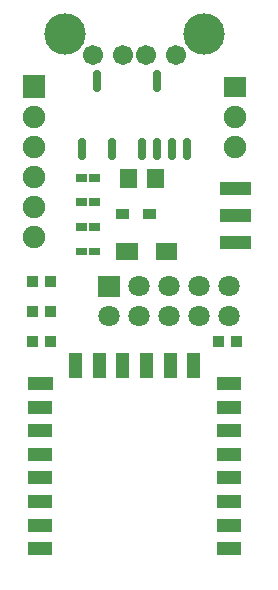
<source format=gts>
G04 Layer: TopSolderMaskLayer*
G04 EasyEDA v6.4.25, 2021-09-19T13:56:21+08:00*
G04 cf7ef8cfdd7b4478b9a214f7d578d54c,d03eed67808b488db07f83a96349b93e,10*
G04 Gerber Generator version 0.2*
G04 Scale: 100 percent, Rotated: No, Reflected: No *
G04 Dimensions in inches *
G04 leading zeros omitted , absolute positions ,3 integer and 6 decimal *
%FSLAX36Y36*%
%MOIN*%

%ADD35C,0.0260*%
%ADD36C,0.0749*%
%ADD40C,0.0709*%
%ADD41C,0.0670*%
%ADD42C,0.1379*%

%LPD*%
D35*
X225000Y-484762D02*
G01*
X225000Y-531417D01*
X325000Y-484762D02*
G01*
X325000Y-531417D01*
X425000Y-484762D02*
G01*
X425000Y-531417D01*
X475000Y-484762D02*
G01*
X475000Y-531417D01*
X525000Y-484762D02*
G01*
X525000Y-531417D01*
X575000Y-484762D02*
G01*
X575000Y-531417D01*
X275000Y-258582D02*
G01*
X275000Y-305237D01*
X475000Y-258582D02*
G01*
X475000Y-305237D01*
D36*
G01*
X65000Y-800000D03*
G01*
X65000Y-700000D03*
G01*
X65000Y-600000D03*
G01*
X65000Y-500000D03*
G01*
X65000Y-400000D03*
G36*
X27600Y-337399D02*
G01*
X27600Y-262600D01*
X102399Y-262600D01*
X102399Y-337399D01*
G37*
G01*
X735000Y-500000D03*
G01*
X735000Y-400000D03*
G36*
X697600Y-333000D02*
G01*
X697600Y-266999D01*
X772399Y-266999D01*
X772399Y-333000D01*
G37*
G36*
X279499Y-1000500D02*
G01*
X279499Y-929499D01*
X350500Y-929499D01*
X350500Y-1000500D01*
G37*
D40*
G01*
X315000Y-1065000D03*
G01*
X415000Y-965000D03*
G01*
X415000Y-1065000D03*
G01*
X515000Y-965000D03*
G01*
X515000Y-1065000D03*
G01*
X615000Y-965000D03*
G01*
X615000Y-1065000D03*
G01*
X715000Y-965000D03*
G01*
X715000Y-1065000D03*
D41*
G01*
X537800Y-195439D03*
G01*
X439380Y-195430D03*
G01*
X360639Y-195430D03*
G01*
X262210Y-194529D03*
D42*
G01*
X630320Y-124560D03*
G01*
X169690Y-124560D03*
G36*
X205999Y-697600D02*
G01*
X205999Y-672399D01*
X241100Y-672399D01*
X241100Y-697600D01*
G37*
G36*
X248899Y-697600D02*
G01*
X248899Y-672399D01*
X284000Y-672399D01*
X284000Y-697600D01*
G37*
G36*
X205999Y-780900D02*
G01*
X205999Y-755700D01*
X241100Y-755700D01*
X241100Y-780900D01*
G37*
G36*
X248899Y-780900D02*
G01*
X248899Y-755700D01*
X284099Y-755700D01*
X284099Y-780900D01*
G37*
G36*
X248899Y-617600D02*
G01*
X248899Y-592399D01*
X284000Y-592399D01*
X284000Y-617600D01*
G37*
G36*
X205999Y-617600D02*
G01*
X205999Y-592399D01*
X241100Y-592399D01*
X241100Y-617600D01*
G37*
G36*
X248899Y-862600D02*
G01*
X248899Y-837399D01*
X284000Y-837399D01*
X284000Y-862600D01*
G37*
G36*
X205999Y-862600D02*
G01*
X205999Y-837399D01*
X241100Y-837399D01*
X241100Y-862600D01*
G37*
G36*
X337199Y-741799D02*
G01*
X337199Y-708200D01*
X380500Y-708200D01*
X380500Y-741799D01*
G37*
G36*
X429499Y-741799D02*
G01*
X429499Y-708200D01*
X472800Y-708200D01*
X472800Y-741799D01*
G37*
G36*
X441700Y-636500D02*
G01*
X441700Y-573499D01*
X498299Y-573499D01*
X498299Y-636500D01*
G37*
G36*
X351799Y-636500D02*
G01*
X351799Y-573499D01*
X408299Y-573499D01*
X408299Y-636500D01*
G37*
G36*
X721799Y-1169000D02*
G01*
X721799Y-1130999D01*
X757500Y-1130999D01*
X757500Y-1169000D01*
G37*
G36*
X662500Y-1169000D02*
G01*
X662500Y-1130999D01*
X698200Y-1130999D01*
X698200Y-1169000D01*
G37*
G36*
X42500Y-969000D02*
G01*
X42500Y-930999D01*
X78200Y-930999D01*
X78200Y-969000D01*
G37*
G36*
X101799Y-969000D02*
G01*
X101799Y-930999D01*
X137500Y-930999D01*
X137500Y-969000D01*
G37*
G36*
X42500Y-1069000D02*
G01*
X42500Y-1030999D01*
X78200Y-1030999D01*
X78200Y-1069000D01*
G37*
G36*
X101799Y-1069000D02*
G01*
X101799Y-1030999D01*
X137500Y-1030999D01*
X137500Y-1069000D01*
G37*
G36*
X101799Y-1169000D02*
G01*
X101799Y-1130999D01*
X137500Y-1130999D01*
X137500Y-1169000D01*
G37*
G36*
X42500Y-1169000D02*
G01*
X42500Y-1130999D01*
X78200Y-1130999D01*
X78200Y-1169000D01*
G37*
G36*
X43600Y-1861799D02*
G01*
X43600Y-1818499D01*
X126399Y-1818499D01*
X126399Y-1861799D01*
G37*
G36*
X43699Y-1783099D02*
G01*
X43699Y-1739699D01*
X126399Y-1739699D01*
X126399Y-1783099D01*
G37*
G36*
X43600Y-1704400D02*
G01*
X43600Y-1660999D01*
X126399Y-1660999D01*
X126399Y-1704400D01*
G37*
G36*
X43699Y-1625599D02*
G01*
X43699Y-1582199D01*
X126399Y-1582199D01*
X126399Y-1625599D01*
G37*
G36*
X43600Y-1546900D02*
G01*
X43600Y-1503499D01*
X126399Y-1503499D01*
X126399Y-1546900D01*
G37*
G36*
X43600Y-1468099D02*
G01*
X43600Y-1424800D01*
X126399Y-1424800D01*
X126399Y-1468099D01*
G37*
G36*
X43699Y-1389400D02*
G01*
X43699Y-1345999D01*
X126399Y-1345999D01*
X126399Y-1389400D01*
G37*
G36*
X43699Y-1310599D02*
G01*
X43699Y-1267300D01*
X126500Y-1267300D01*
X126500Y-1310599D01*
G37*
G36*
X181599Y-1271199D02*
G01*
X181599Y-1188499D01*
X225000Y-1188499D01*
X225000Y-1271199D01*
G37*
G36*
X260300Y-1271300D02*
G01*
X260300Y-1188499D01*
X303699Y-1188499D01*
X303699Y-1271300D01*
G37*
G36*
X339000Y-1271300D02*
G01*
X339000Y-1188499D01*
X382399Y-1188499D01*
X382399Y-1271300D01*
G37*
G36*
X417800Y-1271300D02*
G01*
X417800Y-1188499D01*
X461199Y-1188499D01*
X461199Y-1271300D01*
G37*
G36*
X496500Y-1271300D02*
G01*
X496500Y-1188600D01*
X539899Y-1188600D01*
X539899Y-1271300D01*
G37*
G36*
X575199Y-1271199D02*
G01*
X575199Y-1188499D01*
X618499Y-1188499D01*
X618499Y-1271199D01*
G37*
G36*
X673600Y-1310599D02*
G01*
X673600Y-1267300D01*
X756399Y-1267300D01*
X756399Y-1310599D01*
G37*
G36*
X673699Y-1389400D02*
G01*
X673699Y-1345999D01*
X756399Y-1345999D01*
X756399Y-1389400D01*
G37*
G36*
X673699Y-1468099D02*
G01*
X673699Y-1424800D01*
X756399Y-1424800D01*
X756399Y-1468099D01*
G37*
G36*
X673699Y-1546900D02*
G01*
X673699Y-1503499D01*
X756399Y-1503499D01*
X756399Y-1546900D01*
G37*
G36*
X673699Y-1625599D02*
G01*
X673699Y-1582199D01*
X756399Y-1582199D01*
X756399Y-1625599D01*
G37*
G36*
X673699Y-1704400D02*
G01*
X673699Y-1660999D01*
X756399Y-1660999D01*
X756399Y-1704400D01*
G37*
G36*
X673699Y-1783099D02*
G01*
X673699Y-1739699D01*
X756399Y-1739699D01*
X756399Y-1783099D01*
G37*
G36*
X673699Y-1861799D02*
G01*
X673699Y-1818499D01*
X756399Y-1818499D01*
X756399Y-1861799D01*
G37*
G36*
X336999Y-877500D02*
G01*
X336999Y-822500D01*
X410199Y-822500D01*
X410199Y-877500D01*
G37*
G36*
X469800Y-877500D02*
G01*
X469800Y-822500D01*
X543000Y-822500D01*
X543000Y-877500D01*
G37*
G36*
X685999Y-841799D02*
G01*
X685999Y-799299D01*
X787200Y-799299D01*
X787200Y-841799D01*
G37*
G36*
X685999Y-751300D02*
G01*
X685999Y-708699D01*
X787200Y-708699D01*
X787200Y-751300D01*
G37*
G36*
X685999Y-660700D02*
G01*
X685999Y-618200D01*
X787200Y-618200D01*
X787200Y-660700D01*
G37*
M02*

</source>
